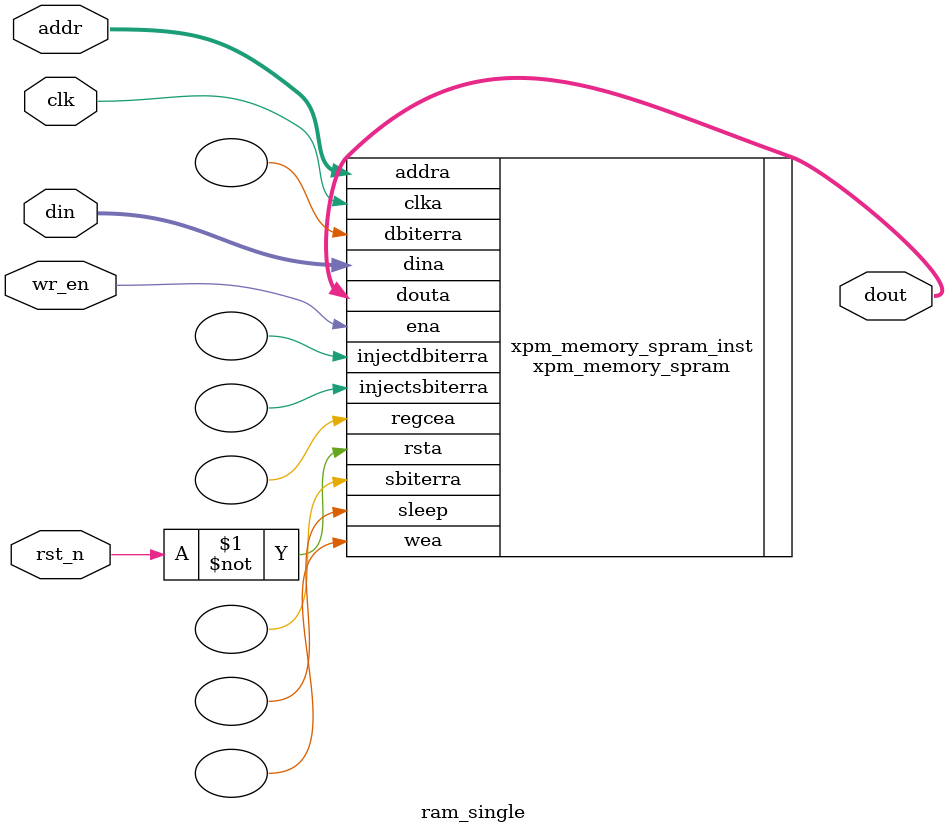
<source format=sv>
`timescale 1ns/1ps


//     input  logic [WIDTH-1:0]    din,
//     input  logic [DEPTH-1:0]    addr,

//     output logic [WIDTH-1:0]    dout
// );

// logic [DEPTH-1:0][WIDTH-1:0]    mem;

// always_ff @( posedge clk ) begin
//     if(wr_en)
//         mem[addr] <= din;
//     dout <= mem[addr];
// end
    
// endmodule

module ram_single #(
    parameter DATA_WIDTH    = 32,
    parameter ADDR_WIDTH    = 6,
    parameter READ_LATENCY  = 1
) (
    input  logic                    clk,
    input  logic                    rst_n,
    input  logic                    wr_en,

    input  logic [DATA_WIDTH-1:0]   din,
    input  logic [ADDR_WIDTH-1:0]   addr,

    output logic [DATA_WIDTH-1:0]   dout
);
// xpm_memory_spram: Single Port RAM
// Xilinx Parameterized Macro, version 2021.2

xpm_memory_spram #(
    .ADDR_WIDTH_A           (   ADDR_WIDTH  ),
    .AUTO_SLEEP_TIME        (   0           ),
    .BYTE_WRITE_WIDTH_A     (   8           ),
    .CASCADE_HEIGHT         (   0           ),
    .ECC_MODE               (   "no_ecc"    ),
    .MEMORY_INIT_FILE       (   "none"      ),
    .MEMORY_INIT_PARAM      (   "0"         ),
    .MEMORY_OPTIMIZATION    (   "true"      ),
    .MEMORY_PRIMITIVE       (   "auto"      ),
    .MEMORY_SIZE            (   2**ADDR_WIDTH * DATA_WIDTH), 
    .MESSAGE_CONTROL        (   0           ),
    .READ_DATA_WIDTH_A      (   DATA_WIDTH  ),
    .READ_LATENCY_A         (   READ_LATENCY),
    .READ_RESET_VALUE_A     (   "0"         ),
    .RST_MODE_A             (   "SYNC"      ),
    .SIM_ASSERT_CHK         (   0           ),
    .USE_MEM_INIT           (   1           ),
    .USE_MEM_INIT_MMI       (   0           ),
    .WAKEUP_TIME            (   "disable_sleep" ),
    .WRITE_DATA_WIDTH_A     (   DATA_WIDTH  ),
    .WRITE_MODE_A           (   "write_first"   ),
    .WRITE_PROTECT          (   1               ) 
)
xpm_memory_spram_inst (
    .dbiterra(),                // 1-bit output: Status signal to indicate double bit error occurrence
                                // on the data output of port A.

    .douta(dout),               // READ_DATA_WIDTH_A-bit output: Data output for port A read operations.
    .sbiterra(),                // 1-bit output: Status signal to indicate single bit error occurrence
                                // on the data output of port A.

    .addra(addr),               // ADDR_WIDTH_A-bit input: Address for port A write and read operations.
    .clka(clk),                 // 1-bit input: Clock signal for port A.
    .dina(din),                 // WRITE_DATA_WIDTH_A-bit input: Data input for port A write operations.
    .ena(wr_en),                // 1-bit input: Memory enable signal for port A. Must be high on clock
                                // cycles when read or write operations are initiated. Pipelined
                                // internally.

    .injectdbiterra(),          // 1-bit input: Controls double bit error injection on input data when
                                // ECC enabled (Error injection capability is not available in
                                // "decode_only" mode).

    .injectsbiterra(),          // 1-bit input: Controls single bit error injection on input data when
                                // ECC enabled (Error injection capability is not available in
                                // "decode_only" mode).

    .regcea(),                  // 1-bit input: Clock Enable for the last register stage on the output
                                // data path.

    .rsta(~rst_n),              // 1-bit input: Reset signal for the final port A output register stage.
                                // Synchronously resets output port douta to the value specified by
                                // parameter READ_RESET_VALUE_A.

    .sleep(),                   // 1-bit input: sleep signal to enable the dynamic power saving feature.
    .wea()                      // WRITE_DATA_WIDTH_A/BYTE_WRITE_WIDTH_A-bit input: Write enable vector
                                // for port A input data port dina. 1 bit wide when word-wide writes are
                                // used. In byte-wide write configurations, each bit controls the
                                // writing one byte of dina to address addra. For example, to
                                // synchronously write only bits [15-8] of dina when WRITE_DATA_WIDTH_A
                                // is 32, wea would be 4'b0010.
);
endmodule

// XPM_MEMORY instantiation template for Single Port RAM configurations
// Refer to the targeted device family architecture libraries guide for XPM_MEMORY documentation
// =======================================================================================================================

// Parameter usage table, organized as follows:
// +---------------------------------------------------------------------------------------------------------------------+
// | Parameter name       | Data type          | Restrictions, if applicable                                             |
// |---------------------------------------------------------------------------------------------------------------------|
// | Description                                                                                                         |
// +---------------------------------------------------------------------------------------------------------------------+
// +---------------------------------------------------------------------------------------------------------------------+
// | ADDR_WIDTH_A         | Integer            | Range: 1 - 20. Default value = 6.                                       |
// |---------------------------------------------------------------------------------------------------------------------|
// | Specify the width of the port A address port addra, in bits.                                                        |
// | Must be large enough to access the entire memory from port A, i.e. &gt;= $clog2(MEMORY_SIZE/[WRITE|READ]_DATA_WIDTH_A).|
// +---------------------------------------------------------------------------------------------------------------------+
// | AUTO_SLEEP_TIME      | Integer            | Range: 0 - 15. Default value = 0.                                       |
// |---------------------------------------------------------------------------------------------------------------------|
// | Specify the number of clka cycles to auto-sleep, if feature is available in architecture.                           |
// |                                                                                                                     |
// | 0 - Disable auto-sleep feature                                                                                      |
// | 3-15 - Number of auto-sleep latency cycles                                                                          |
// |                                                                                                                     |
// | Do not change from the value provided in the template instantiation.                                                |
// +---------------------------------------------------------------------------------------------------------------------+
// | BYTE_WRITE_WIDTH_A   | Integer            | Range: 1 - 4608. Default value = 32.                                    |
// |---------------------------------------------------------------------------------------------------------------------|
// | To enable byte-wide writes on port A, specify the byte width, in bits.                                              |
// |                                                                                                                     |
// | 8- 8-bit byte-wide writes, legal when WRITE_DATA_WIDTH_A is an integer multiple of 8                                |
// | 9- 9-bit byte-wide writes, legal when WRITE_DATA_WIDTH_A is an integer multiple of 9                                |
// |                                                                                                                     |
// | Or to enable word-wide writes on port A, specify the same value as for WRITE_DATA_WIDTH_A.                          |
// +---------------------------------------------------------------------------------------------------------------------+
// | CASCADE_HEIGHT       | Integer            | Range: 0 - 64. Default value = 0.                                       |
// |---------------------------------------------------------------------------------------------------------------------|
// | 0- No Cascade Height, Allow Vivado Synthesis to choose.                                                             |
// | 1 or more - Vivado Synthesis sets the specified value as Cascade Height.                                            |
// +---------------------------------------------------------------------------------------------------------------------+
// | ECC_MODE             | String             | Allowed values: no_ecc, both_encode_and_decode, decode_only, encode_only. Default value = no_ecc.|
// |---------------------------------------------------------------------------------------------------------------------|
// |                                                                                                                     |
// |   "no_ecc" - Disables ECC                                                                                           |
// |   "encode_only" - Enables ECC Encoder only                                                                          |
// |   "decode_only" - Enables ECC Decoder only                                                                          |
// |   "both_encode_and_decode" - Enables both ECC Encoder and Decoder                                                   |
// +---------------------------------------------------------------------------------------------------------------------+
// | MEMORY_INIT_FILE     | String             | Default value = none.                                                   |
// |---------------------------------------------------------------------------------------------------------------------|
// | Specify "none" (including quotes) for no memory initialization, or specify the name of a memory initialization file-|
// | Enter only the name of the file with .mem extension, including quotes but without path (e.g. "my_file.mem").        |
// | File format must be ASCII and consist of only hexadecimal values organized into the specified depth by              |
// | narrowest data width generic value of the memory. Initialization of memory happens through the file name specified only when parameter|
// | MEMORY_INIT_PARAM value is equal to "".                                                                             |
// | When using XPM_MEMORY in a project, add the specified file to the Vivado project as a design source.                |
// +---------------------------------------------------------------------------------------------------------------------+
// | MEMORY_INIT_PARAM    | String             | Default value = 0.                                                      |
// |---------------------------------------------------------------------------------------------------------------------|
// | Specify "" or "0" (including quotes) for no memory initialization through parameter, or specify the string          |
// | containing the hex characters. Enter only hex characters with each location separated by delimiter (,).             |
// | Parameter format must be ASCII and consist of only hexadecimal values organized into the specified depth by         |
// | narrowest data width generic value of the memory.For example, if the narrowest data width is 8, and the depth of    |
// | memory is 8 locations, then the parameter value should be passed as shown below.                                    |
// | parameter MEMORY_INIT_PARAM = "AB,CD,EF,1,2,34,56,78"                                                               |
// | Where "AB" is the 0th location and "78" is the 7th location.                                                        |
// +---------------------------------------------------------------------------------------------------------------------+
// | MEMORY_OPTIMIZATION  | String             | Allowed values: true, false. Default value = true.                      |
// |---------------------------------------------------------------------------------------------------------------------|
// | Specify "true" to enable the optimization of unused memory or bits in the memory structure. Specify "false" to      |
// | disable the optimization of unused memory or bits in the memory structure.                                          |
// +---------------------------------------------------------------------------------------------------------------------+
// | MEMORY_PRIMITIVE     | String             | Allowed values: auto, block, distributed, mixed, ultra. Default value = auto.|
// |---------------------------------------------------------------------------------------------------------------------|
// | Designate the memory primitive (resource type) to use.                                                              |
// |                                                                                                                     |
// |   "auto"- Allow Vivado Synthesis to choose                                                                          |
// |   "distributed"- Distributed memory                                                                                 |
// |   "block"- Block memory                                                                                             |
// |   "ultra"- Ultra RAM memory                                                                                         |
// |   "mixed"- Mixed memory                                                                                             |
// |                                                                                                                     |
// | NOTE: There may be a behavior mismatch if Block RAM or Ultra RAM specific features, like ECC or Asymmetry, are selected with MEMORY_PRIMITIVE set to "auto".|
// +---------------------------------------------------------------------------------------------------------------------+
// | MEMORY_SIZE          | Integer            | Range: 2 - 150994944. Default value = 2048.                             |
// |---------------------------------------------------------------------------------------------------------------------|
// | Specify the total memory array size, in bits.                                                                       |
// | For example, enter 65536 for a 2kx32 RAM.                                                                           |
// |                                                                                                                     |
// |   When ECC is enabled and set to "encode_only", then the memory size has to be multiples of READ_DATA_WIDTH_A       |
// |   When ECC is enabled and set to "decode_only", then the memory size has to be multiples of WRITE_DATA_WIDTH_A      |
// +---------------------------------------------------------------------------------------------------------------------+
// | MESSAGE_CONTROL      | Integer            | Range: 0 - 1. Default value = 0.                                        |
// |---------------------------------------------------------------------------------------------------------------------|
// | Specify 1 to enable the dynamic message reporting such as collision warnings, and 0 to disable the message reporting|
// +---------------------------------------------------------------------------------------------------------------------+
// | READ_DATA_WIDTH_A    | Integer            | Range: 1 - 4608. Default value = 32.                                    |
// |---------------------------------------------------------------------------------------------------------------------|
// | Specify the width of the port A read data output port douta, in bits.                                               |
// | The values of READ_DATA_WIDTH_A and WRITE_DATA_WIDTH_A must be equal.                                               |
// | When ECC is enabled and set to "encode_only", then READ_DATA_WIDTH_A has to be multiples of 72-bits.                |
// | When ECC is enabled and set to "decode_only" or "both_encode_and_decode", then READ_DATA_WIDTH_A has to be          |
// | multiples of 64-bits.                                                                                               |
// +---------------------------------------------------------------------------------------------------------------------+
// | READ_LATENCY_A       | Integer            | Range: 0 - 100. Default value = 2.                                      |
// |---------------------------------------------------------------------------------------------------------------------|
// | Specify the number of register stages in the port A read data pipeline. Read data output to port douta takes this   |
// | number of clka cycles.                                                                                              |
// |                                                                                                                     |
// | To target block memory, a value of 1 or larger is required- 1 causes use of memory latch only; 2 causes use of      |
// | output register.                                                                                                    |
// | To target distributed memory, a value of 0 or larger is required- 0 indicates combinatorial output.                 |
// | Values larger than 2 synthesize additional flip-flops that are not retimed into memory primitives.                  |
// +---------------------------------------------------------------------------------------------------------------------+
// | READ_RESET_VALUE_A   | String             | Default value = 0.                                                      |
// |---------------------------------------------------------------------------------------------------------------------|
// | Specify the reset value of the port A final output register stage in response to rsta input port is assertion.      |
// | Since this parameter is a string, you must specify the hex values inside double quotes. For example,                |
// | If the read data width is 8, then specify READ_RESET_VALUE_A = "EA";                                                |
// | When ECC is enabled, then reset value is not supported.                                                             |
// +---------------------------------------------------------------------------------------------------------------------+
// | RST_MODE_A           | String             | Allowed values: SYNC, ASYNC. Default value = SYNC.                      |
// |---------------------------------------------------------------------------------------------------------------------|
// | Describes the behaviour of the reset                                                                                |
// |                                                                                                                     |
// |   "SYNC" - when reset is applied, synchronously resets output port douta to the value specified by parameter READ_RESET_VALUE_A|
// |   "ASYNC" - when reset is applied, asynchronously resets output port douta to zero                                  |
// +---------------------------------------------------------------------------------------------------------------------+
// | SIM_ASSERT_CHK       | Integer            | Range: 0 - 1. Default value = 0.                                        |
// |---------------------------------------------------------------------------------------------------------------------|
// | 0- Disable simulation message reporting. Messages related to potential misuse will not be reported.                 |
// | 1- Enable simulation message reporting. Messages related to potential misuse will be reported.                      |
// +---------------------------------------------------------------------------------------------------------------------+
// | USE_MEM_INIT         | Integer            | Range: 0 - 1. Default value = 1.                                        |
// |---------------------------------------------------------------------------------------------------------------------|
// | Specify 1 to enable the generation of below message and 0 to disable generation of the following message completely.|
// | "INFO - MEMORY_INIT_FILE and MEMORY_INIT_PARAM together specifies no memory initialization.                         |
// | Initial memory contents will be all 0s."                                                                            |
// | NOTE: This message gets generated only when there is no Memory Initialization specified either through file or      |
// | Parameter.                                                                                                          |
// +---------------------------------------------------------------------------------------------------------------------+
// | USE_MEM_INIT_MMI     | Integer            | Range: 0 - 1. Default value = 0.                                        |
// |---------------------------------------------------------------------------------------------------------------------|
// | Specify 1 to expose this memory information to be written out in the MMI file.                                      |
// +---------------------------------------------------------------------------------------------------------------------+
// | WAKEUP_TIME          | String             | Allowed values: disable_sleep, use_sleep_pin. Default value = disable_sleep.|
// |---------------------------------------------------------------------------------------------------------------------|
// | Specify "disable_sleep" to disable dynamic power saving option, and specify "use_sleep_pin" to enable the           |
// | dynamic power saving option                                                                                         |
// +---------------------------------------------------------------------------------------------------------------------+
// | WRITE_DATA_WIDTH_A   | Integer            | Range: 1 - 4608. Default value = 32.                                    |
// |---------------------------------------------------------------------------------------------------------------------|
// | Specify the width of the port A write data input port dina, in bits.                                                |
// | The values of WRITE_DATA_WIDTH_A and READ_DATA_WIDTH_A must be equal.                                               |
// | When ECC is enabled and set to "encode_only" or "both_encode_and_decode", then WRITE_DATA_WIDTH_A must be           |
// | multiples of 64-bits.                                                                                               |
// | When ECC is enabled and set to "decode_only", then WRITE_DATA_WIDTH_A must be multiples of 72-bits.                 |
// +---------------------------------------------------------------------------------------------------------------------+
// | WRITE_MODE_A         | String             | Allowed values: read_first, no_change, write_first. Default value = read_first.|
// |---------------------------------------------------------------------------------------------------------------------|
// | Write mode behavior for port A output data port, douta.                                                             |
// +---------------------------------------------------------------------------------------------------------------------+
// | WRITE_PROTECT        | Integer            | Range: 0 - 1. Default value = 1.                                        |
// |---------------------------------------------------------------------------------------------------------------------|
// | Default value is 1, means write is protected through enable and write enable and hence the LUT is placed before the memory. This is the default behaviour to access memory.|
// | When 0, disables write protection. Write enable (WE) directly connected to memory.                                  |
// | NOTE: Disable this option only if the advanced users can guarantee that the write enable (WE) cannot be given without enable (EN).|
// +---------------------------------------------------------------------------------------------------------------------+

// Port usage table, organized as follows:
// +---------------------------------------------------------------------------------------------------------------------+
// | Port name      | Direction | Size, in bits                         | Domain  | Sense       | Handling if unused     |
// |---------------------------------------------------------------------------------------------------------------------|
// | Description                                                                                                         |
// +---------------------------------------------------------------------------------------------------------------------+
// +---------------------------------------------------------------------------------------------------------------------+
// | addra          | Input     | ADDR_WIDTH_A                          | clka    | NA          | Required               |
// |---------------------------------------------------------------------------------------------------------------------|
// | Address for port A write and read operations.                                                                       |
// +---------------------------------------------------------------------------------------------------------------------+
// | clka           | Input     | 1                                     | NA      | Rising edge | Required               |
// |---------------------------------------------------------------------------------------------------------------------|
// | Clock signal for port A.                                                                                            |
// +---------------------------------------------------------------------------------------------------------------------+
// | dbiterra       | Output    | 1                                     | clka    | Active-high | DoNotCare              |
// |---------------------------------------------------------------------------------------------------------------------|
// | Status signal to indicate double bit error occurrence on the data output of port A.                                 |
// +---------------------------------------------------------------------------------------------------------------------+
// | dina           | Input     | WRITE_DATA_WIDTH_A                    | clka    | NA          | Required               |
// |---------------------------------------------------------------------------------------------------------------------|
// | Data input for port A write operations.                                                                             |
// +---------------------------------------------------------------------------------------------------------------------+
// | douta          | Output    | READ_DATA_WIDTH_A                     | clka    | NA          | Required               |
// |---------------------------------------------------------------------------------------------------------------------|
// | Data output for port A read operations.                                                                             |
// +---------------------------------------------------------------------------------------------------------------------+
// | ena            | Input     | 1                                     | clka    | Active-high | Required               |
// |---------------------------------------------------------------------------------------------------------------------|
// | Memory enable signal for port A.                                                                                    |
// | Must be high on clock cycles when read or write operations are initiated. Pipelined internally.                     |
// +---------------------------------------------------------------------------------------------------------------------+
// | injectdbiterra | Input     | 1                                     | clka    | Active-high | Tie to 1'b0            |
// |---------------------------------------------------------------------------------------------------------------------|
// | Controls double bit error injection on input data when ECC enabled (Error injection capability is not available in  |
// | "decode_only" mode).                                                                                                |
// +---------------------------------------------------------------------------------------------------------------------+
// | injectsbiterra | Input     | 1                                     | clka    | Active-high | Tie to 1'b0            |
// |---------------------------------------------------------------------------------------------------------------------|
// | Controls single bit error injection on input data when ECC enabled (Error injection capability is not available in  |
// | "decode_only" mode).                                                                                                |
// +---------------------------------------------------------------------------------------------------------------------+
// | regcea         | Input     | 1                                     | clka    | Active-high | Tie to 1'b1            |
// |---------------------------------------------------------------------------------------------------------------------|
// | Clock Enable for the last register stage on the output data path.                                                   |
// +---------------------------------------------------------------------------------------------------------------------+
// | rsta           | Input     | 1                                     | clka    | Active-high | Required               |
// |---------------------------------------------------------------------------------------------------------------------|
// | Reset signal for the final port A output register stage.                                                            |
// | Synchronously resets output port douta to the value specified by parameter READ_RESET_VALUE_A.                      |
// +---------------------------------------------------------------------------------------------------------------------+
// | sbiterra       | Output    | 1                                     | clka    | Active-high | DoNotCare              |
// |---------------------------------------------------------------------------------------------------------------------|
// | Status signal to indicate single bit error occurrence on the data output of port A.                                 |
// +---------------------------------------------------------------------------------------------------------------------+
// | sleep          | Input     | 1                                     | NA      | Active-high | Tie to 1'b0            |
// |---------------------------------------------------------------------------------------------------------------------|
// | sleep signal to enable the dynamic power saving feature.                                                            |
// +---------------------------------------------------------------------------------------------------------------------+
// | wea            | Input     | WRITE_DATA_WIDTH_A/BYTE_WRITE_WIDTH_A | clka    | Active-high | Required               |
// |---------------------------------------------------------------------------------------------------------------------|
// | Write enable vector for port A input data port dina. 1 bit wide when word-wide writes are used.                     |
// | In byte-wide write configurations, each bit controls the writing one byte of dina to address addra.                 |
// | For example, to synchronously write only bits [15-8] of dina when WRITE_DATA_WIDTH_A is 32, wea would be 4'b0010.   |
// +---------------------------------------------------------------------------------------------------------------------+
	
				
</source>
